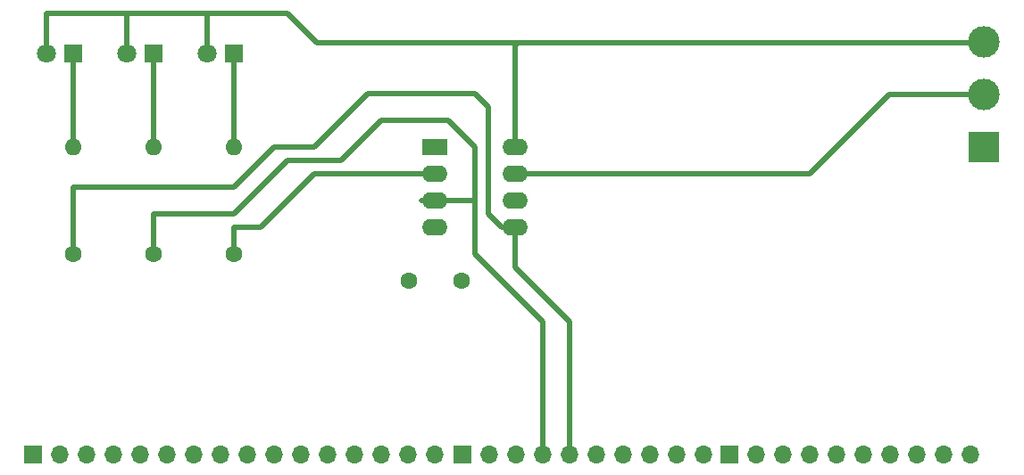
<source format=gbr>
%TF.GenerationSoftware,KiCad,Pcbnew,6.0.11+dfsg-1*%
%TF.CreationDate,2026-01-02T13:29:43+01:00*%
%TF.ProjectId,clock,636c6f63-6b2e-46b6-9963-61645f706362,rev?*%
%TF.SameCoordinates,Original*%
%TF.FileFunction,Copper,L2,Bot*%
%TF.FilePolarity,Positive*%
%FSLAX46Y46*%
G04 Gerber Fmt 4.6, Leading zero omitted, Abs format (unit mm)*
G04 Created by KiCad (PCBNEW 6.0.11+dfsg-1) date 2026-01-02 13:29:43*
%MOMM*%
%LPD*%
G01*
G04 APERTURE LIST*
%TA.AperFunction,ComponentPad*%
%ADD10C,3.000000*%
%TD*%
%TA.AperFunction,ComponentPad*%
%ADD11R,3.000000X3.000000*%
%TD*%
%TA.AperFunction,ComponentPad*%
%ADD12C,1.600000*%
%TD*%
%TA.AperFunction,ComponentPad*%
%ADD13O,1.600000X1.600000*%
%TD*%
%TA.AperFunction,ComponentPad*%
%ADD14R,2.400000X1.600000*%
%TD*%
%TA.AperFunction,ComponentPad*%
%ADD15O,2.400000X1.600000*%
%TD*%
%TA.AperFunction,ComponentPad*%
%ADD16R,1.800000X1.800000*%
%TD*%
%TA.AperFunction,ComponentPad*%
%ADD17C,1.800000*%
%TD*%
%TA.AperFunction,ComponentPad*%
%ADD18R,1.700000X1.700000*%
%TD*%
%TA.AperFunction,ComponentPad*%
%ADD19O,1.700000X1.700000*%
%TD*%
%TA.AperFunction,Conductor*%
%ADD20C,0.500000*%
%TD*%
G04 APERTURE END LIST*
D10*
%TO.P,,3*%
%TO.N,N/C*%
X193040000Y-91600000D03*
%TD*%
D11*
%TO.P,,1*%
%TO.N,N/C*%
X193040000Y-101600000D03*
%TD*%
D10*
%TO.P,,2*%
%TO.N,N/C*%
X193040000Y-96600000D03*
%TD*%
D12*
%TO.P,104,1*%
%TO.N,N/C*%
X143470000Y-114300000D03*
%TO.P,104,2*%
X138470000Y-114300000D03*
%TD*%
%TO.P,1k,1*%
%TO.N,N/C*%
X121920000Y-111760000D03*
D13*
%TO.P,1k,2*%
X121920000Y-101600000D03*
%TD*%
D12*
%TO.P,1k,1*%
%TO.N,N/C*%
X114300000Y-111760000D03*
D13*
%TO.P,1k,2*%
X114300000Y-101600000D03*
%TD*%
D12*
%TO.P,1k,1*%
%TO.N,N/C*%
X106680000Y-111760000D03*
D13*
%TO.P,1k,2*%
X106680000Y-101600000D03*
%TD*%
D14*
%TO.P,tiny85,1*%
%TO.N,N/C*%
X140955000Y-101610000D03*
D15*
%TO.P,tiny85,2*%
X140955000Y-104150000D03*
%TO.P,tiny85,3*%
X140955000Y-106690000D03*
%TO.P,tiny85,4*%
X140955000Y-109230000D03*
%TO.P,tiny85,5*%
X148575000Y-109230000D03*
%TO.P,tiny85,6*%
X148575000Y-106690000D03*
%TO.P,tiny85,7*%
X148575000Y-104150000D03*
%TO.P,tiny85,8*%
X148575000Y-101610000D03*
%TD*%
D16*
%TO.P,REF\u002A\u002A,1*%
%TO.N,N/C*%
X106680000Y-92710000D03*
D17*
%TO.P,REF\u002A\u002A,2*%
X104140000Y-92710000D03*
%TD*%
D16*
%TO.P,REF\u002A\u002A,1*%
%TO.N,N/C*%
X114300000Y-92710000D03*
D17*
%TO.P,REF\u002A\u002A,2*%
X111760000Y-92710000D03*
%TD*%
D16*
%TO.P,REF\u002A\u002A,1*%
%TO.N,N/C*%
X121920000Y-92710000D03*
D17*
%TO.P,REF\u002A\u002A,2*%
X119380000Y-92710000D03*
%TD*%
D18*
%TO.P,REF\u002A\u002A,1*%
%TO.N,N/C*%
X168910000Y-130810000D03*
D19*
%TO.P,REF\u002A\u002A,2*%
X171450000Y-130810000D03*
%TO.P,REF\u002A\u002A,3*%
X173990000Y-130810000D03*
%TO.P,REF\u002A\u002A,4*%
X176530000Y-130810000D03*
%TO.P,REF\u002A\u002A,5*%
X179070000Y-130810000D03*
%TO.P,REF\u002A\u002A,6*%
X181610000Y-130810000D03*
%TO.P,REF\u002A\u002A,7*%
X184150000Y-130810000D03*
%TO.P,REF\u002A\u002A,8*%
X186690000Y-130810000D03*
%TO.P,REF\u002A\u002A,9*%
X189230000Y-130810000D03*
%TO.P,REF\u002A\u002A,10*%
X191770000Y-130810000D03*
%TD*%
D18*
%TO.P,REF\u002A\u002A,1*%
%TO.N,N/C*%
X143540000Y-130810000D03*
D19*
%TO.P,REF\u002A\u002A,2*%
X146080000Y-130810000D03*
%TO.P,REF\u002A\u002A,3*%
X148620000Y-130810000D03*
%TO.P,REF\u002A\u002A,4*%
X151160000Y-130810000D03*
%TO.P,REF\u002A\u002A,5*%
X153700000Y-130810000D03*
%TO.P,REF\u002A\u002A,6*%
X156240000Y-130810000D03*
%TO.P,REF\u002A\u002A,7*%
X158780000Y-130810000D03*
%TO.P,REF\u002A\u002A,8*%
X161320000Y-130810000D03*
%TO.P,REF\u002A\u002A,9*%
X163860000Y-130810000D03*
%TO.P,REF\u002A\u002A,10*%
X166400000Y-130810000D03*
%TD*%
D18*
%TO.P,REF\u002A\u002A,1*%
%TO.N,N/C*%
X102870000Y-130810000D03*
D19*
%TO.P,REF\u002A\u002A,2*%
X105410000Y-130810000D03*
%TO.P,REF\u002A\u002A,3*%
X107950000Y-130810000D03*
%TO.P,REF\u002A\u002A,4*%
X110490000Y-130810000D03*
%TO.P,REF\u002A\u002A,5*%
X113030000Y-130810000D03*
%TO.P,REF\u002A\u002A,6*%
X115570000Y-130810000D03*
%TO.P,REF\u002A\u002A,7*%
X118110000Y-130810000D03*
%TO.P,REF\u002A\u002A,8*%
X120650000Y-130810000D03*
%TO.P,REF\u002A\u002A,9*%
X123190000Y-130810000D03*
%TO.P,REF\u002A\u002A,10*%
X125730000Y-130810000D03*
%TO.P,REF\u002A\u002A,11*%
X128270000Y-130810000D03*
%TO.P,REF\u002A\u002A,12*%
X130810000Y-130810000D03*
%TO.P,REF\u002A\u002A,13*%
X133350000Y-130810000D03*
%TO.P,REF\u002A\u002A,14*%
X135890000Y-130810000D03*
%TO.P,REF\u002A\u002A,15*%
X138430000Y-130810000D03*
%TO.P,REF\u002A\u002A,16*%
X140970000Y-130810000D03*
%TD*%
D20*
%TO.N,*%
X193040000Y-91600000D02*
X192946000Y-91694000D01*
X192946000Y-91694000D02*
X148844000Y-91694000D01*
X148575000Y-104150000D02*
X176520000Y-104150000D01*
X176520000Y-104150000D02*
X184070000Y-96600000D01*
X184070000Y-96600000D02*
X193040000Y-96600000D01*
X151160000Y-130810000D02*
X151160000Y-118140000D01*
X151160000Y-118140000D02*
X144770000Y-111750000D01*
X144770000Y-111750000D02*
X144770000Y-106690000D01*
X153700000Y-130810000D02*
X153700000Y-118140000D01*
X148575000Y-113015000D02*
X148575000Y-109230000D01*
X153700000Y-118140000D02*
X148575000Y-113015000D01*
X140955000Y-106690000D02*
X139690000Y-106690000D01*
X140955000Y-106690000D02*
X144770000Y-106690000D01*
X144770000Y-106690000D02*
X144780000Y-106680000D01*
X144780000Y-101600000D02*
X142240000Y-99060000D01*
X135890000Y-99060000D02*
X132080000Y-102870000D01*
X121920000Y-107950000D02*
X114300000Y-107950000D01*
X144780000Y-106680000D02*
X144780000Y-101600000D01*
X142240000Y-99060000D02*
X135890000Y-99060000D01*
X127000000Y-102870000D02*
X121920000Y-107950000D01*
X132080000Y-102870000D02*
X127000000Y-102870000D01*
X114300000Y-107950000D02*
X114300000Y-111760000D01*
X140955000Y-104150000D02*
X129530000Y-104150000D01*
X129530000Y-104150000D02*
X124460000Y-109220000D01*
X124460000Y-109220000D02*
X121920000Y-109220000D01*
X121920000Y-109220000D02*
X121920000Y-111760000D01*
X148575000Y-109230000D02*
X147330000Y-109230000D01*
X147330000Y-109230000D02*
X146050000Y-107950000D01*
X146050000Y-107950000D02*
X146050000Y-97790000D01*
X146050000Y-97790000D02*
X144780000Y-96520000D01*
X144780000Y-96520000D02*
X134620000Y-96520000D01*
X134620000Y-96520000D02*
X129540000Y-101600000D01*
X129540000Y-101600000D02*
X125730000Y-101600000D01*
X125730000Y-101600000D02*
X121920000Y-105410000D01*
X121920000Y-105410000D02*
X106680000Y-105410000D01*
X106680000Y-105410000D02*
X106680000Y-111760000D01*
X121920000Y-101600000D02*
X121920000Y-92710000D01*
X114300000Y-101600000D02*
X114300000Y-92710000D01*
X106680000Y-101600000D02*
X106680000Y-92710000D01*
X148575000Y-91963000D02*
X148844000Y-91694000D01*
X148844000Y-91694000D02*
X129794000Y-91694000D01*
X148575000Y-101610000D02*
X148575000Y-91963000D01*
X129794000Y-91694000D02*
X127000000Y-88900000D01*
X127000000Y-88900000D02*
X119380000Y-88900000D01*
X111760000Y-88900000D02*
X119380000Y-88900000D01*
X119380000Y-88900000D02*
X119380000Y-92710000D01*
X104140000Y-88900000D02*
X111760000Y-88900000D01*
X104140000Y-92710000D02*
X104140000Y-88900000D01*
X111760000Y-88900000D02*
X111760000Y-92710000D01*
X146050000Y-130780000D02*
X146080000Y-130810000D01*
%TD*%
M02*

</source>
